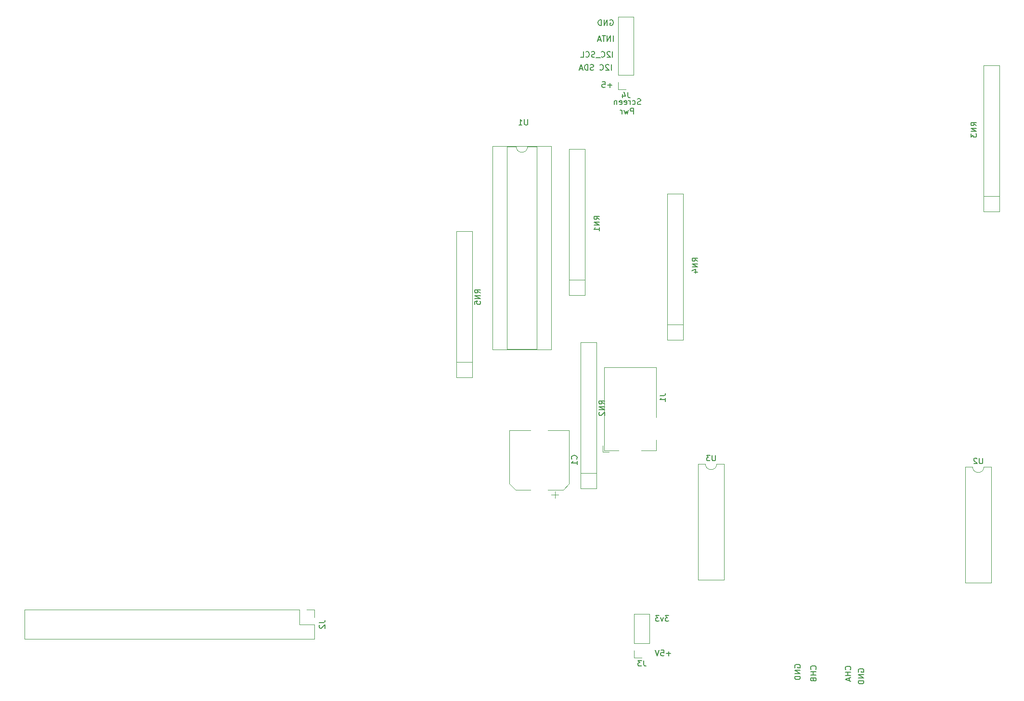
<source format=gbo>
G04 #@! TF.GenerationSoftware,KiCad,Pcbnew,6.0.0-rc1-unknown-e7fa02a~66~ubuntu18.04.1*
G04 #@! TF.CreationDate,2020-06-20T12:06:20-07:00
G04 #@! TF.ProjectId,fp2,6670322e-6b69-4636-9164-5f7063625858,rev?*
G04 #@! TF.SameCoordinates,Original*
G04 #@! TF.FileFunction,Legend,Bot*
G04 #@! TF.FilePolarity,Positive*
%FSLAX46Y46*%
G04 Gerber Fmt 4.6, Leading zero omitted, Abs format (unit mm)*
G04 Created by KiCad (PCBNEW 6.0.0-rc1-unknown-e7fa02a~66~ubuntu18.04.1) date Sat 20 Jun 2020 12:06:20 PM PDT*
%MOMM*%
%LPD*%
G04 APERTURE LIST*
%ADD10C,0.150000*%
%ADD11C,0.120000*%
G04 APERTURE END LIST*
D10*
X441515333Y-198318380D02*
X441515333Y-197318380D01*
X441039142Y-198318380D02*
X441039142Y-197318380D01*
X440467714Y-198318380D01*
X440467714Y-197318380D01*
X440134380Y-197318380D02*
X439562952Y-197318380D01*
X439848666Y-198318380D02*
X439848666Y-197318380D01*
X439277238Y-198032666D02*
X438801047Y-198032666D01*
X439372476Y-198318380D02*
X439039142Y-197318380D01*
X438705809Y-198318380D01*
X441396095Y-201112380D02*
X441396095Y-200112380D01*
X440967523Y-200207619D02*
X440919904Y-200160000D01*
X440824666Y-200112380D01*
X440586571Y-200112380D01*
X440491333Y-200160000D01*
X440443714Y-200207619D01*
X440396095Y-200302857D01*
X440396095Y-200398095D01*
X440443714Y-200540952D01*
X441015142Y-201112380D01*
X440396095Y-201112380D01*
X439396095Y-201017142D02*
X439443714Y-201064761D01*
X439586571Y-201112380D01*
X439681809Y-201112380D01*
X439824666Y-201064761D01*
X439919904Y-200969523D01*
X439967523Y-200874285D01*
X440015142Y-200683809D01*
X440015142Y-200540952D01*
X439967523Y-200350476D01*
X439919904Y-200255238D01*
X439824666Y-200160000D01*
X439681809Y-200112380D01*
X439586571Y-200112380D01*
X439443714Y-200160000D01*
X439396095Y-200207619D01*
X439205619Y-201207619D02*
X438443714Y-201207619D01*
X438253238Y-201064761D02*
X438110380Y-201112380D01*
X437872285Y-201112380D01*
X437777047Y-201064761D01*
X437729428Y-201017142D01*
X437681809Y-200921904D01*
X437681809Y-200826666D01*
X437729428Y-200731428D01*
X437777047Y-200683809D01*
X437872285Y-200636190D01*
X438062761Y-200588571D01*
X438158000Y-200540952D01*
X438205619Y-200493333D01*
X438253238Y-200398095D01*
X438253238Y-200302857D01*
X438205619Y-200207619D01*
X438158000Y-200160000D01*
X438062761Y-200112380D01*
X437824666Y-200112380D01*
X437681809Y-200160000D01*
X436681809Y-201017142D02*
X436729428Y-201064761D01*
X436872285Y-201112380D01*
X436967523Y-201112380D01*
X437110380Y-201064761D01*
X437205619Y-200969523D01*
X437253238Y-200874285D01*
X437300857Y-200683809D01*
X437300857Y-200540952D01*
X437253238Y-200350476D01*
X437205619Y-200255238D01*
X437110380Y-200160000D01*
X436967523Y-200112380D01*
X436872285Y-200112380D01*
X436729428Y-200160000D01*
X436681809Y-200207619D01*
X435777047Y-201112380D02*
X436253238Y-201112380D01*
X436253238Y-200112380D01*
X441165904Y-203398380D02*
X441165904Y-202398380D01*
X440737333Y-202493619D02*
X440689714Y-202446000D01*
X440594476Y-202398380D01*
X440356380Y-202398380D01*
X440261142Y-202446000D01*
X440213523Y-202493619D01*
X440165904Y-202588857D01*
X440165904Y-202684095D01*
X440213523Y-202826952D01*
X440784952Y-203398380D01*
X440165904Y-203398380D01*
X439165904Y-203303142D02*
X439213523Y-203350761D01*
X439356380Y-203398380D01*
X439451619Y-203398380D01*
X439594476Y-203350761D01*
X439689714Y-203255523D01*
X439737333Y-203160285D01*
X439784952Y-202969809D01*
X439784952Y-202826952D01*
X439737333Y-202636476D01*
X439689714Y-202541238D01*
X439594476Y-202446000D01*
X439451619Y-202398380D01*
X439356380Y-202398380D01*
X439213523Y-202446000D01*
X439165904Y-202493619D01*
X438023047Y-203350761D02*
X437880190Y-203398380D01*
X437642095Y-203398380D01*
X437546857Y-203350761D01*
X437499238Y-203303142D01*
X437451619Y-203207904D01*
X437451619Y-203112666D01*
X437499238Y-203017428D01*
X437546857Y-202969809D01*
X437642095Y-202922190D01*
X437832571Y-202874571D01*
X437927809Y-202826952D01*
X437975428Y-202779333D01*
X438023047Y-202684095D01*
X438023047Y-202588857D01*
X437975428Y-202493619D01*
X437927809Y-202446000D01*
X437832571Y-202398380D01*
X437594476Y-202398380D01*
X437451619Y-202446000D01*
X437023047Y-203398380D02*
X437023047Y-202398380D01*
X436784952Y-202398380D01*
X436642095Y-202446000D01*
X436546857Y-202541238D01*
X436499238Y-202636476D01*
X436451619Y-202826952D01*
X436451619Y-202969809D01*
X436499238Y-203160285D01*
X436546857Y-203255523D01*
X436642095Y-203350761D01*
X436784952Y-203398380D01*
X437023047Y-203398380D01*
X436070666Y-203112666D02*
X435594476Y-203112666D01*
X436165904Y-203398380D02*
X435832571Y-202398380D01*
X435499238Y-203398380D01*
X451278476Y-299426380D02*
X450659428Y-299426380D01*
X450992761Y-299807333D01*
X450849904Y-299807333D01*
X450754666Y-299854952D01*
X450707047Y-299902571D01*
X450659428Y-299997809D01*
X450659428Y-300235904D01*
X450707047Y-300331142D01*
X450754666Y-300378761D01*
X450849904Y-300426380D01*
X451135619Y-300426380D01*
X451230857Y-300378761D01*
X451278476Y-300331142D01*
X450326095Y-299759714D02*
X450088000Y-300426380D01*
X449849904Y-299759714D01*
X449564190Y-299426380D02*
X448945142Y-299426380D01*
X449278476Y-299807333D01*
X449135619Y-299807333D01*
X449040380Y-299854952D01*
X448992761Y-299902571D01*
X448945142Y-299997809D01*
X448945142Y-300235904D01*
X448992761Y-300331142D01*
X449040380Y-300378761D01*
X449135619Y-300426380D01*
X449421333Y-300426380D01*
X449516571Y-300378761D01*
X449564190Y-300331142D01*
X451627714Y-306141428D02*
X450865809Y-306141428D01*
X451246761Y-306522380D02*
X451246761Y-305760476D01*
X449913428Y-305522380D02*
X450389619Y-305522380D01*
X450437238Y-305998571D01*
X450389619Y-305950952D01*
X450294380Y-305903333D01*
X450056285Y-305903333D01*
X449961047Y-305950952D01*
X449913428Y-305998571D01*
X449865809Y-306093809D01*
X449865809Y-306331904D01*
X449913428Y-306427142D01*
X449961047Y-306474761D01*
X450056285Y-306522380D01*
X450294380Y-306522380D01*
X450389619Y-306474761D01*
X450437238Y-306427142D01*
X449580095Y-305522380D02*
X449246761Y-306522380D01*
X448913428Y-305522380D01*
X473464000Y-308610095D02*
X473416380Y-308514857D01*
X473416380Y-308372000D01*
X473464000Y-308229142D01*
X473559238Y-308133904D01*
X473654476Y-308086285D01*
X473844952Y-308038666D01*
X473987809Y-308038666D01*
X474178285Y-308086285D01*
X474273523Y-308133904D01*
X474368761Y-308229142D01*
X474416380Y-308372000D01*
X474416380Y-308467238D01*
X474368761Y-308610095D01*
X474321142Y-308657714D01*
X473987809Y-308657714D01*
X473987809Y-308467238D01*
X474416380Y-309086285D02*
X473416380Y-309086285D01*
X474416380Y-309657714D01*
X473416380Y-309657714D01*
X474416380Y-310133904D02*
X473416380Y-310133904D01*
X473416380Y-310372000D01*
X473464000Y-310514857D01*
X473559238Y-310610095D01*
X473654476Y-310657714D01*
X473844952Y-310705333D01*
X473987809Y-310705333D01*
X474178285Y-310657714D01*
X474273523Y-310610095D01*
X474368761Y-310514857D01*
X474416380Y-310372000D01*
X474416380Y-310133904D01*
X484640000Y-309372095D02*
X484592380Y-309276857D01*
X484592380Y-309134000D01*
X484640000Y-308991142D01*
X484735238Y-308895904D01*
X484830476Y-308848285D01*
X485020952Y-308800666D01*
X485163809Y-308800666D01*
X485354285Y-308848285D01*
X485449523Y-308895904D01*
X485544761Y-308991142D01*
X485592380Y-309134000D01*
X485592380Y-309229238D01*
X485544761Y-309372095D01*
X485497142Y-309419714D01*
X485163809Y-309419714D01*
X485163809Y-309229238D01*
X485592380Y-309848285D02*
X484592380Y-309848285D01*
X485592380Y-310419714D01*
X484592380Y-310419714D01*
X485592380Y-310895904D02*
X484592380Y-310895904D01*
X484592380Y-311134000D01*
X484640000Y-311276857D01*
X484735238Y-311372095D01*
X484830476Y-311419714D01*
X485020952Y-311467333D01*
X485163809Y-311467333D01*
X485354285Y-311419714D01*
X485449523Y-311372095D01*
X485544761Y-311276857D01*
X485592380Y-311134000D01*
X485592380Y-310895904D01*
X477115142Y-308911714D02*
X477162761Y-308864095D01*
X477210380Y-308721238D01*
X477210380Y-308626000D01*
X477162761Y-308483142D01*
X477067523Y-308387904D01*
X476972285Y-308340285D01*
X476781809Y-308292666D01*
X476638952Y-308292666D01*
X476448476Y-308340285D01*
X476353238Y-308387904D01*
X476258000Y-308483142D01*
X476210380Y-308626000D01*
X476210380Y-308721238D01*
X476258000Y-308864095D01*
X476305619Y-308911714D01*
X477210380Y-309340285D02*
X476210380Y-309340285D01*
X476686571Y-309340285D02*
X476686571Y-309911714D01*
X477210380Y-309911714D02*
X476210380Y-309911714D01*
X476686571Y-310721238D02*
X476734190Y-310864095D01*
X476781809Y-310911714D01*
X476877047Y-310959333D01*
X477019904Y-310959333D01*
X477115142Y-310911714D01*
X477162761Y-310864095D01*
X477210380Y-310768857D01*
X477210380Y-310387904D01*
X476210380Y-310387904D01*
X476210380Y-310721238D01*
X476258000Y-310816476D01*
X476305619Y-310864095D01*
X476400857Y-310911714D01*
X476496095Y-310911714D01*
X476591333Y-310864095D01*
X476638952Y-310816476D01*
X476686571Y-310721238D01*
X476686571Y-310387904D01*
X483211142Y-308983142D02*
X483258761Y-308935523D01*
X483306380Y-308792666D01*
X483306380Y-308697428D01*
X483258761Y-308554571D01*
X483163523Y-308459333D01*
X483068285Y-308411714D01*
X482877809Y-308364095D01*
X482734952Y-308364095D01*
X482544476Y-308411714D01*
X482449238Y-308459333D01*
X482354000Y-308554571D01*
X482306380Y-308697428D01*
X482306380Y-308792666D01*
X482354000Y-308935523D01*
X482401619Y-308983142D01*
X483306380Y-309411714D02*
X482306380Y-309411714D01*
X482782571Y-309411714D02*
X482782571Y-309983142D01*
X483306380Y-309983142D02*
X482306380Y-309983142D01*
X483020666Y-310411714D02*
X483020666Y-310887904D01*
X483306380Y-310316476D02*
X482306380Y-310649809D01*
X483306380Y-310983142D01*
X440943904Y-194572000D02*
X441039142Y-194524380D01*
X441182000Y-194524380D01*
X441324857Y-194572000D01*
X441420095Y-194667238D01*
X441467714Y-194762476D01*
X441515333Y-194952952D01*
X441515333Y-195095809D01*
X441467714Y-195286285D01*
X441420095Y-195381523D01*
X441324857Y-195476761D01*
X441182000Y-195524380D01*
X441086761Y-195524380D01*
X440943904Y-195476761D01*
X440896285Y-195429142D01*
X440896285Y-195095809D01*
X441086761Y-195095809D01*
X440467714Y-195524380D02*
X440467714Y-194524380D01*
X439896285Y-195524380D01*
X439896285Y-194524380D01*
X439420095Y-195524380D02*
X439420095Y-194524380D01*
X439182000Y-194524380D01*
X439039142Y-194572000D01*
X438943904Y-194667238D01*
X438896285Y-194762476D01*
X438848666Y-194952952D01*
X438848666Y-195095809D01*
X438896285Y-195286285D01*
X438943904Y-195381523D01*
X439039142Y-195476761D01*
X439182000Y-195524380D01*
X439420095Y-195524380D01*
X441293142Y-206065428D02*
X440531238Y-206065428D01*
X440912190Y-206446380D02*
X440912190Y-205684476D01*
X439578857Y-205446380D02*
X440055047Y-205446380D01*
X440102666Y-205922571D01*
X440055047Y-205874952D01*
X439959809Y-205827333D01*
X439721714Y-205827333D01*
X439626476Y-205874952D01*
X439578857Y-205922571D01*
X439531238Y-206017809D01*
X439531238Y-206255904D01*
X439578857Y-206351142D01*
X439626476Y-206398761D01*
X439721714Y-206446380D01*
X439959809Y-206446380D01*
X440055047Y-206398761D01*
X440102666Y-206351142D01*
X446325333Y-209383761D02*
X446182476Y-209431380D01*
X445944380Y-209431380D01*
X445849142Y-209383761D01*
X445801523Y-209336142D01*
X445753904Y-209240904D01*
X445753904Y-209145666D01*
X445801523Y-209050428D01*
X445849142Y-209002809D01*
X445944380Y-208955190D01*
X446134857Y-208907571D01*
X446230095Y-208859952D01*
X446277714Y-208812333D01*
X446325333Y-208717095D01*
X446325333Y-208621857D01*
X446277714Y-208526619D01*
X446230095Y-208479000D01*
X446134857Y-208431380D01*
X445896761Y-208431380D01*
X445753904Y-208479000D01*
X444896761Y-209383761D02*
X444992000Y-209431380D01*
X445182476Y-209431380D01*
X445277714Y-209383761D01*
X445325333Y-209336142D01*
X445372952Y-209240904D01*
X445372952Y-208955190D01*
X445325333Y-208859952D01*
X445277714Y-208812333D01*
X445182476Y-208764714D01*
X444992000Y-208764714D01*
X444896761Y-208812333D01*
X444468190Y-209431380D02*
X444468190Y-208764714D01*
X444468190Y-208955190D02*
X444420571Y-208859952D01*
X444372952Y-208812333D01*
X444277714Y-208764714D01*
X444182476Y-208764714D01*
X443468190Y-209383761D02*
X443563428Y-209431380D01*
X443753904Y-209431380D01*
X443849142Y-209383761D01*
X443896761Y-209288523D01*
X443896761Y-208907571D01*
X443849142Y-208812333D01*
X443753904Y-208764714D01*
X443563428Y-208764714D01*
X443468190Y-208812333D01*
X443420571Y-208907571D01*
X443420571Y-209002809D01*
X443896761Y-209098047D01*
X442611047Y-209383761D02*
X442706285Y-209431380D01*
X442896761Y-209431380D01*
X442992000Y-209383761D01*
X443039619Y-209288523D01*
X443039619Y-208907571D01*
X442992000Y-208812333D01*
X442896761Y-208764714D01*
X442706285Y-208764714D01*
X442611047Y-208812333D01*
X442563428Y-208907571D01*
X442563428Y-209002809D01*
X443039619Y-209098047D01*
X442134857Y-208764714D02*
X442134857Y-209431380D01*
X442134857Y-208859952D02*
X442087238Y-208812333D01*
X441992000Y-208764714D01*
X441849142Y-208764714D01*
X441753904Y-208812333D01*
X441706285Y-208907571D01*
X441706285Y-209431380D01*
X445087238Y-211081380D02*
X445087238Y-210081380D01*
X444706285Y-210081380D01*
X444611047Y-210129000D01*
X444563428Y-210176619D01*
X444515809Y-210271857D01*
X444515809Y-210414714D01*
X444563428Y-210509952D01*
X444611047Y-210557571D01*
X444706285Y-210605190D01*
X445087238Y-210605190D01*
X444182476Y-210414714D02*
X443992000Y-211081380D01*
X443801523Y-210605190D01*
X443611047Y-211081380D01*
X443420571Y-210414714D01*
X443039619Y-211081380D02*
X443039619Y-210414714D01*
X443039619Y-210605190D02*
X442992000Y-210509952D01*
X442944380Y-210462333D01*
X442849142Y-210414714D01*
X442753904Y-210414714D01*
D11*
X445202000Y-299152000D02*
X447862000Y-299152000D01*
X445202000Y-304292000D02*
X445202000Y-299152000D01*
X447862000Y-304292000D02*
X447862000Y-299152000D01*
X445202000Y-304292000D02*
X447862000Y-304292000D01*
X445202000Y-305562000D02*
X445202000Y-306892000D01*
X445202000Y-306892000D02*
X446532000Y-306892000D01*
X440750000Y-270594000D02*
X439700000Y-270594000D01*
X439700000Y-269544000D02*
X439700000Y-270594000D01*
X449100000Y-264494000D02*
X449100000Y-255694000D01*
X449100000Y-255694000D02*
X439900000Y-255694000D01*
X446400000Y-270394000D02*
X449100000Y-270394000D01*
X449100000Y-270394000D02*
X449100000Y-268494000D01*
X439900000Y-255694000D02*
X439900000Y-270394000D01*
X439900000Y-270394000D02*
X442500000Y-270394000D01*
X388934000Y-303590000D02*
X388934000Y-300990000D01*
X388934000Y-303590000D02*
X338014000Y-303590000D01*
X338014000Y-303590000D02*
X338014000Y-298390000D01*
X386334000Y-298390000D02*
X338014000Y-298390000D01*
X386334000Y-300990000D02*
X386334000Y-298390000D01*
X388934000Y-300990000D02*
X386334000Y-300990000D01*
X388934000Y-298390000D02*
X387604000Y-298390000D01*
X388934000Y-299720000D02*
X388934000Y-298390000D01*
X436502000Y-242994000D02*
X433702000Y-242994000D01*
X433702000Y-242994000D02*
X433702000Y-217254000D01*
X433702000Y-217254000D02*
X436502000Y-217254000D01*
X436502000Y-217254000D02*
X436502000Y-242994000D01*
X436502000Y-240284000D02*
X433702000Y-240284000D01*
X438534000Y-277030000D02*
X435734000Y-277030000D01*
X435734000Y-277030000D02*
X435734000Y-251290000D01*
X435734000Y-251290000D02*
X438534000Y-251290000D01*
X438534000Y-251290000D02*
X438534000Y-277030000D01*
X438534000Y-274320000D02*
X435734000Y-274320000D01*
X509400000Y-225552000D02*
X506600000Y-225552000D01*
X509400000Y-202522000D02*
X509400000Y-228262000D01*
X506600000Y-202522000D02*
X509400000Y-202522000D01*
X506600000Y-228262000D02*
X506600000Y-202522000D01*
X509400000Y-228262000D02*
X506600000Y-228262000D01*
X453774000Y-250868000D02*
X450974000Y-250868000D01*
X450974000Y-250868000D02*
X450974000Y-225128000D01*
X450974000Y-225128000D02*
X453774000Y-225128000D01*
X453774000Y-225128000D02*
X453774000Y-250868000D01*
X453774000Y-248158000D02*
X450974000Y-248158000D01*
X416690000Y-254762000D02*
X413890000Y-254762000D01*
X416690000Y-231732000D02*
X416690000Y-257472000D01*
X413890000Y-231732000D02*
X416690000Y-231732000D01*
X413890000Y-257472000D02*
X413890000Y-231732000D01*
X416690000Y-257472000D02*
X413890000Y-257472000D01*
X424450000Y-216856000D02*
G75*
G03X426450000Y-216856000I1000000J0D01*
G01*
X426450000Y-216856000D02*
X428100000Y-216856000D01*
X428100000Y-216856000D02*
X428100000Y-252536000D01*
X428100000Y-252536000D02*
X422800000Y-252536000D01*
X422800000Y-252536000D02*
X422800000Y-216856000D01*
X422800000Y-216856000D02*
X424450000Y-216856000D01*
X430590000Y-216796000D02*
X430590000Y-252596000D01*
X430590000Y-252596000D02*
X420310000Y-252596000D01*
X420310000Y-252596000D02*
X420310000Y-216796000D01*
X420310000Y-216796000D02*
X430590000Y-216796000D01*
X442408000Y-193996000D02*
X445068000Y-193996000D01*
X442408000Y-204216000D02*
X442408000Y-193996000D01*
X445068000Y-204216000D02*
X445068000Y-193996000D01*
X442408000Y-204216000D02*
X445068000Y-204216000D01*
X442408000Y-205486000D02*
X442408000Y-206816000D01*
X442408000Y-206816000D02*
X443738000Y-206816000D01*
X423238000Y-266774000D02*
X426988000Y-266774000D01*
X433758000Y-266774000D02*
X430008000Y-266774000D01*
X433758000Y-276229563D02*
X433758000Y-266774000D01*
X423238000Y-276229563D02*
X423238000Y-266774000D01*
X424302437Y-277294000D02*
X426988000Y-277294000D01*
X432693563Y-277294000D02*
X430008000Y-277294000D01*
X432693563Y-277294000D02*
X433758000Y-276229563D01*
X424302437Y-277294000D02*
X423238000Y-276229563D01*
X431258000Y-278784000D02*
X431258000Y-277534000D01*
X431883000Y-278159000D02*
X430633000Y-278159000D01*
X503464000Y-273244000D02*
X504714000Y-273244000D01*
X503464000Y-293684000D02*
X503464000Y-273244000D01*
X507964000Y-293684000D02*
X503464000Y-293684000D01*
X507964000Y-273244000D02*
X507964000Y-293684000D01*
X506714000Y-273244000D02*
X507964000Y-273244000D01*
X504714000Y-273244000D02*
G75*
G03X506714000Y-273244000I1000000J0D01*
G01*
X457724000Y-272736000D02*
G75*
G03X459724000Y-272736000I1000000J0D01*
G01*
X459724000Y-272736000D02*
X460974000Y-272736000D01*
X460974000Y-272736000D02*
X460974000Y-293176000D01*
X460974000Y-293176000D02*
X456474000Y-293176000D01*
X456474000Y-293176000D02*
X456474000Y-272736000D01*
X456474000Y-272736000D02*
X457724000Y-272736000D01*
D10*
X446865333Y-307344380D02*
X446865333Y-308058666D01*
X446912952Y-308201523D01*
X447008190Y-308296761D01*
X447151047Y-308344380D01*
X447246285Y-308344380D01*
X446484380Y-307344380D02*
X445865333Y-307344380D01*
X446198666Y-307725333D01*
X446055809Y-307725333D01*
X445960571Y-307772952D01*
X445912952Y-307820571D01*
X445865333Y-307915809D01*
X445865333Y-308153904D01*
X445912952Y-308249142D01*
X445960571Y-308296761D01*
X446055809Y-308344380D01*
X446341523Y-308344380D01*
X446436761Y-308296761D01*
X446484380Y-308249142D01*
X449702380Y-260710666D02*
X450416666Y-260710666D01*
X450559523Y-260663047D01*
X450654761Y-260567809D01*
X450702380Y-260424952D01*
X450702380Y-260329714D01*
X450702380Y-261710666D02*
X450702380Y-261139238D01*
X450702380Y-261424952D02*
X449702380Y-261424952D01*
X449845238Y-261329714D01*
X449940476Y-261234476D01*
X449988095Y-261139238D01*
X389826380Y-300656666D02*
X390540666Y-300656666D01*
X390683523Y-300609047D01*
X390778761Y-300513809D01*
X390826380Y-300370952D01*
X390826380Y-300275714D01*
X389921619Y-301085238D02*
X389874000Y-301132857D01*
X389826380Y-301228095D01*
X389826380Y-301466190D01*
X389874000Y-301561428D01*
X389921619Y-301609047D01*
X390016857Y-301656666D01*
X390112095Y-301656666D01*
X390254952Y-301609047D01*
X390826380Y-301037619D01*
X390826380Y-301656666D01*
X439110380Y-229687523D02*
X438634190Y-229354190D01*
X439110380Y-229116095D02*
X438110380Y-229116095D01*
X438110380Y-229497047D01*
X438158000Y-229592285D01*
X438205619Y-229639904D01*
X438300857Y-229687523D01*
X438443714Y-229687523D01*
X438538952Y-229639904D01*
X438586571Y-229592285D01*
X438634190Y-229497047D01*
X438634190Y-229116095D01*
X439110380Y-230116095D02*
X438110380Y-230116095D01*
X439110380Y-230687523D01*
X438110380Y-230687523D01*
X439110380Y-231687523D02*
X439110380Y-231116095D01*
X439110380Y-231401809D02*
X438110380Y-231401809D01*
X438253238Y-231306571D01*
X438348476Y-231211333D01*
X438396095Y-231116095D01*
X439986380Y-262199523D02*
X439510190Y-261866190D01*
X439986380Y-261628095D02*
X438986380Y-261628095D01*
X438986380Y-262009047D01*
X439034000Y-262104285D01*
X439081619Y-262151904D01*
X439176857Y-262199523D01*
X439319714Y-262199523D01*
X439414952Y-262151904D01*
X439462571Y-262104285D01*
X439510190Y-262009047D01*
X439510190Y-261628095D01*
X439986380Y-262628095D02*
X438986380Y-262628095D01*
X439986380Y-263199523D01*
X438986380Y-263199523D01*
X439081619Y-263628095D02*
X439034000Y-263675714D01*
X438986380Y-263770952D01*
X438986380Y-264009047D01*
X439034000Y-264104285D01*
X439081619Y-264151904D01*
X439176857Y-264199523D01*
X439272095Y-264199523D01*
X439414952Y-264151904D01*
X439986380Y-263580476D01*
X439986380Y-264199523D01*
X505404380Y-213177523D02*
X504928190Y-212844190D01*
X505404380Y-212606095D02*
X504404380Y-212606095D01*
X504404380Y-212987047D01*
X504452000Y-213082285D01*
X504499619Y-213129904D01*
X504594857Y-213177523D01*
X504737714Y-213177523D01*
X504832952Y-213129904D01*
X504880571Y-213082285D01*
X504928190Y-212987047D01*
X504928190Y-212606095D01*
X505404380Y-213606095D02*
X504404380Y-213606095D01*
X505404380Y-214177523D01*
X504404380Y-214177523D01*
X504404380Y-214558476D02*
X504404380Y-215177523D01*
X504785333Y-214844190D01*
X504785333Y-214987047D01*
X504832952Y-215082285D01*
X504880571Y-215129904D01*
X504975809Y-215177523D01*
X505213904Y-215177523D01*
X505309142Y-215129904D01*
X505356761Y-215082285D01*
X505404380Y-214987047D01*
X505404380Y-214701333D01*
X505356761Y-214606095D01*
X505309142Y-214558476D01*
X456382380Y-237053523D02*
X455906190Y-236720190D01*
X456382380Y-236482095D02*
X455382380Y-236482095D01*
X455382380Y-236863047D01*
X455430000Y-236958285D01*
X455477619Y-237005904D01*
X455572857Y-237053523D01*
X455715714Y-237053523D01*
X455810952Y-237005904D01*
X455858571Y-236958285D01*
X455906190Y-236863047D01*
X455906190Y-236482095D01*
X456382380Y-237482095D02*
X455382380Y-237482095D01*
X456382380Y-238053523D01*
X455382380Y-238053523D01*
X455715714Y-238958285D02*
X456382380Y-238958285D01*
X455334761Y-238720190D02*
X456049047Y-238482095D01*
X456049047Y-239101142D01*
X418142380Y-242641523D02*
X417666190Y-242308190D01*
X418142380Y-242070095D02*
X417142380Y-242070095D01*
X417142380Y-242451047D01*
X417190000Y-242546285D01*
X417237619Y-242593904D01*
X417332857Y-242641523D01*
X417475714Y-242641523D01*
X417570952Y-242593904D01*
X417618571Y-242546285D01*
X417666190Y-242451047D01*
X417666190Y-242070095D01*
X418142380Y-243070095D02*
X417142380Y-243070095D01*
X418142380Y-243641523D01*
X417142380Y-243641523D01*
X417142380Y-244593904D02*
X417142380Y-244117714D01*
X417618571Y-244070095D01*
X417570952Y-244117714D01*
X417523333Y-244212952D01*
X417523333Y-244451047D01*
X417570952Y-244546285D01*
X417618571Y-244593904D01*
X417713809Y-244641523D01*
X417951904Y-244641523D01*
X418047142Y-244593904D01*
X418094761Y-244546285D01*
X418142380Y-244451047D01*
X418142380Y-244212952D01*
X418094761Y-244117714D01*
X418047142Y-244070095D01*
X426465904Y-212050380D02*
X426465904Y-212859904D01*
X426418285Y-212955142D01*
X426370666Y-213002761D01*
X426275428Y-213050380D01*
X426084952Y-213050380D01*
X425989714Y-213002761D01*
X425942095Y-212955142D01*
X425894476Y-212859904D01*
X425894476Y-212050380D01*
X424894476Y-213050380D02*
X425465904Y-213050380D01*
X425180190Y-213050380D02*
X425180190Y-212050380D01*
X425275428Y-212193238D01*
X425370666Y-212288476D01*
X425465904Y-212336095D01*
X444071333Y-207268380D02*
X444071333Y-207982666D01*
X444118952Y-208125523D01*
X444214190Y-208220761D01*
X444357047Y-208268380D01*
X444452285Y-208268380D01*
X443166571Y-207601714D02*
X443166571Y-208268380D01*
X443404666Y-207220761D02*
X443642761Y-207935047D01*
X443023714Y-207935047D01*
X435055142Y-271867333D02*
X435102761Y-271819714D01*
X435150380Y-271676857D01*
X435150380Y-271581619D01*
X435102761Y-271438761D01*
X435007523Y-271343523D01*
X434912285Y-271295904D01*
X434721809Y-271248285D01*
X434578952Y-271248285D01*
X434388476Y-271295904D01*
X434293238Y-271343523D01*
X434198000Y-271438761D01*
X434150380Y-271581619D01*
X434150380Y-271676857D01*
X434198000Y-271819714D01*
X434245619Y-271867333D01*
X435150380Y-272819714D02*
X435150380Y-272248285D01*
X435150380Y-272534000D02*
X434150380Y-272534000D01*
X434293238Y-272438761D01*
X434388476Y-272343523D01*
X434436095Y-272248285D01*
X506475904Y-271696380D02*
X506475904Y-272505904D01*
X506428285Y-272601142D01*
X506380666Y-272648761D01*
X506285428Y-272696380D01*
X506094952Y-272696380D01*
X505999714Y-272648761D01*
X505952095Y-272601142D01*
X505904476Y-272505904D01*
X505904476Y-271696380D01*
X505475904Y-271791619D02*
X505428285Y-271744000D01*
X505333047Y-271696380D01*
X505094952Y-271696380D01*
X504999714Y-271744000D01*
X504952095Y-271791619D01*
X504904476Y-271886857D01*
X504904476Y-271982095D01*
X504952095Y-272124952D01*
X505523523Y-272696380D01*
X504904476Y-272696380D01*
X459485904Y-271188380D02*
X459485904Y-271997904D01*
X459438285Y-272093142D01*
X459390666Y-272140761D01*
X459295428Y-272188380D01*
X459104952Y-272188380D01*
X459009714Y-272140761D01*
X458962095Y-272093142D01*
X458914476Y-271997904D01*
X458914476Y-271188380D01*
X458533523Y-271188380D02*
X457914476Y-271188380D01*
X458247809Y-271569333D01*
X458104952Y-271569333D01*
X458009714Y-271616952D01*
X457962095Y-271664571D01*
X457914476Y-271759809D01*
X457914476Y-271997904D01*
X457962095Y-272093142D01*
X458009714Y-272140761D01*
X458104952Y-272188380D01*
X458390666Y-272188380D01*
X458485904Y-272140761D01*
X458533523Y-272093142D01*
M02*

</source>
